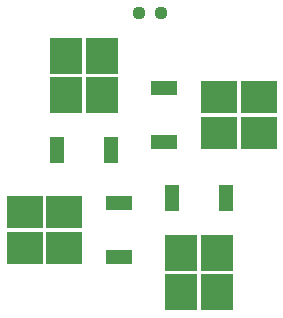
<source format=gbr>
%TF.GenerationSoftware,KiCad,Pcbnew,(6.0.11)*%
%TF.CreationDate,2024-02-29T08:21:51+09:00*%
%TF.ProjectId,LargePW,4c617267-6550-4572-9e6b-696361645f70,rev?*%
%TF.SameCoordinates,Original*%
%TF.FileFunction,Paste,Top*%
%TF.FilePolarity,Positive*%
%FSLAX46Y46*%
G04 Gerber Fmt 4.6, Leading zero omitted, Abs format (unit mm)*
G04 Created by KiCad (PCBNEW (6.0.11)) date 2024-02-29 08:21:51*
%MOMM*%
%LPD*%
G01*
G04 APERTURE LIST*
G04 Aperture macros list*
%AMRoundRect*
0 Rectangle with rounded corners*
0 $1 Rounding radius*
0 $2 $3 $4 $5 $6 $7 $8 $9 X,Y pos of 4 corners*
0 Add a 4 corners polygon primitive as box body*
4,1,4,$2,$3,$4,$5,$6,$7,$8,$9,$2,$3,0*
0 Add four circle primitives for the rounded corners*
1,1,$1+$1,$2,$3*
1,1,$1+$1,$4,$5*
1,1,$1+$1,$6,$7*
1,1,$1+$1,$8,$9*
0 Add four rect primitives between the rounded corners*
20,1,$1+$1,$2,$3,$4,$5,0*
20,1,$1+$1,$4,$5,$6,$7,0*
20,1,$1+$1,$6,$7,$8,$9,0*
20,1,$1+$1,$8,$9,$2,$3,0*%
G04 Aperture macros list end*
%ADD10RoundRect,0.237500X0.250000X0.237500X-0.250000X0.237500X-0.250000X-0.237500X0.250000X-0.237500X0*%
%ADD11R,3.050000X2.750000*%
%ADD12R,2.200000X1.200000*%
%ADD13R,2.750000X3.050000*%
%ADD14R,1.200000X2.200000*%
G04 APERTURE END LIST*
D10*
%TO.C,R7*%
X133500000Y-86750000D03*
X131675000Y-86750000D03*
%TD*%
D11*
%TO.C,Q1*%
X125325000Y-103625000D03*
X121975000Y-106675000D03*
X125325000Y-106675000D03*
X121975000Y-103625000D03*
D12*
X129950000Y-107430000D03*
X129950000Y-102870000D03*
%TD*%
D13*
%TO.C,Q4*%
X135225000Y-110425000D03*
X138275000Y-107075000D03*
X135225000Y-107075000D03*
X138275000Y-110425000D03*
D14*
X139030000Y-102450000D03*
X134470000Y-102450000D03*
%TD*%
D13*
%TO.C,Q2*%
X125475000Y-90375000D03*
X128525000Y-90375000D03*
X125475000Y-93725000D03*
X128525000Y-93725000D03*
D14*
X124720000Y-98350000D03*
X129280000Y-98350000D03*
%TD*%
D11*
%TO.C,Q3*%
X141775000Y-96925000D03*
X138425000Y-96925000D03*
X141775000Y-93875000D03*
X138425000Y-93875000D03*
D12*
X133800000Y-93120000D03*
X133800000Y-97680000D03*
%TD*%
M02*

</source>
